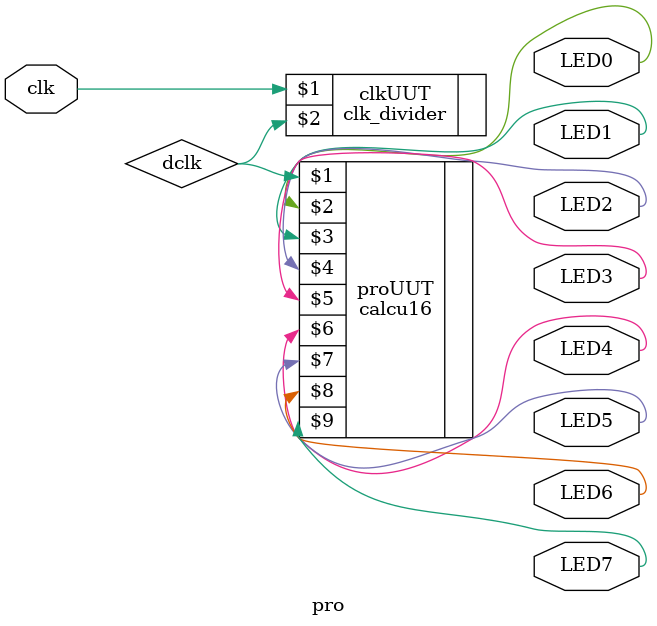
<source format=v>
module pro (
  input clk,
  output LED0,
  output LED1,
  output LED2,
  output LED3,
  output LED4,
  output LED5,
  output LED6,
  output LED7);
wire dclk;
clk_divider clkUUT(clk,dclk);
calcu16 proUUT(dclk,LED0,LED1,LED2,LED3,LED4,LED5,LED6,LED7);

endmodule
</source>
